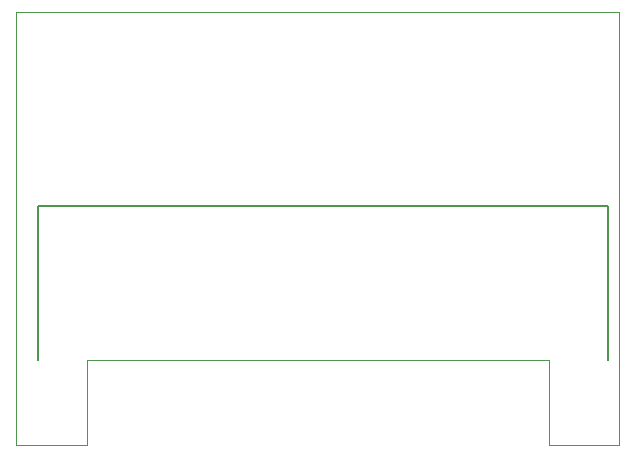
<source format=gm1>
%FSLAX25Y25*%
%MOIN*%
G70*
G01*
G75*
G04 Layer_Color=16711935*
%ADD10C,0.01181*%
%ADD11C,0.02362*%
%ADD12C,0.01575*%
%ADD13C,0.03150*%
%ADD14R,0.05512X0.02362*%
%ADD15R,0.05906X0.07087*%
%ADD16R,0.03937X0.03937*%
%ADD17C,0.03937*%
%ADD18C,0.06102*%
%ADD19R,0.06102X0.06102*%
%ADD20C,0.11811*%
%ADD21C,0.04528*%
%ADD22R,0.04528X0.04528*%
%ADD23C,0.05118*%
%ADD24R,0.05118X0.05118*%
%ADD25C,0.02756*%
%ADD26R,0.02362X0.05512*%
%ADD27R,0.03937X0.03937*%
%ADD28C,0.00984*%
%ADD29C,0.00787*%
%ADD30C,0.00591*%
%ADD31R,0.06299X0.03150*%
%ADD32R,0.06693X0.07874*%
%ADD33R,0.04724X0.04724*%
%ADD34C,0.06890*%
%ADD35R,0.06890X0.06890*%
%ADD36C,0.12598*%
%ADD37C,0.05315*%
%ADD38R,0.05315X0.05315*%
%ADD39C,0.05906*%
%ADD40R,0.05906X0.05906*%
%ADD41R,0.03150X0.06299*%
%ADD42R,0.04724X0.04724*%
%ADD43C,0.00394*%
D29*
X7303Y28346D02*
Y79527D01*
X197461Y28346D02*
X197461Y28346D01*
Y79527D01*
X197461Y79527D02*
X197461Y79527D01*
X7303Y79527D02*
X197461D01*
D43*
X177598Y-0D02*
Y28346D01*
X23622D02*
X177598D01*
X23622Y-0D02*
Y28346D01*
X-0Y-0D02*
X23622Y-0D01*
X-0Y-0D02*
Y144331D01*
X201220D01*
X201220Y-0D01*
X177598D02*
X201220D01*
M02*

</source>
